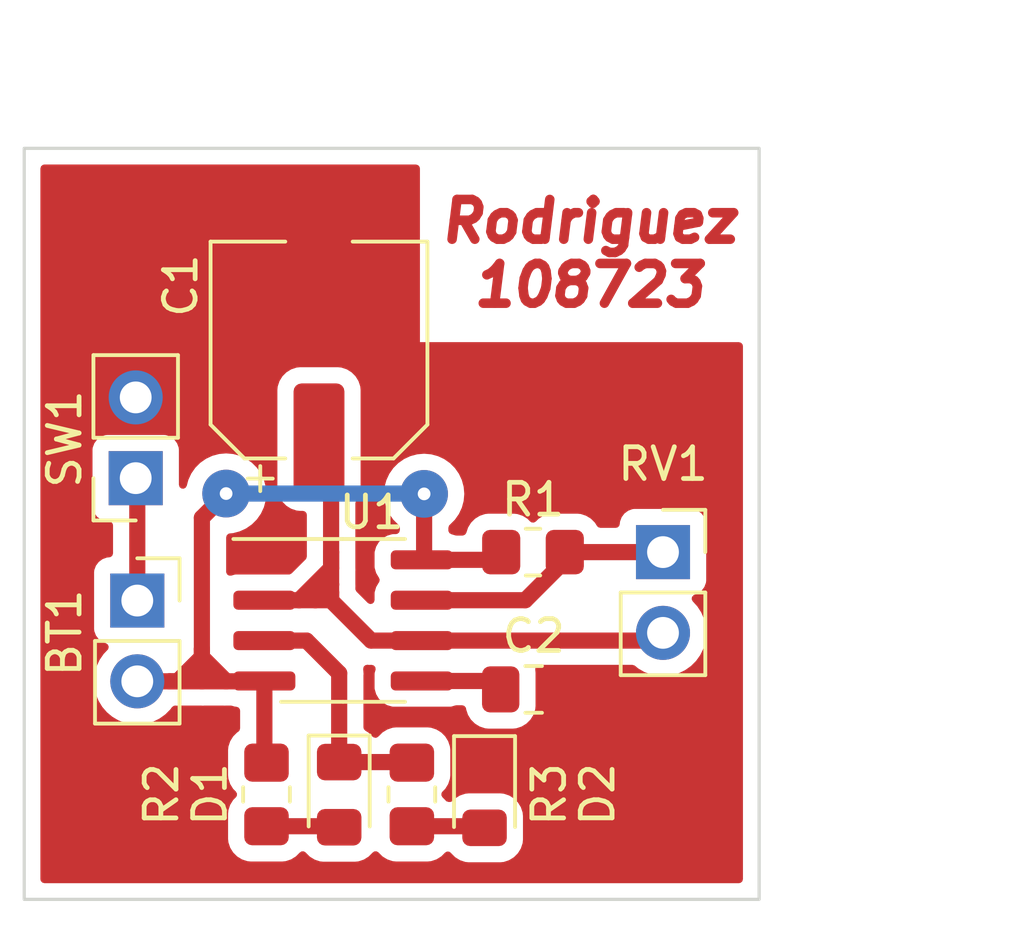
<source format=kicad_pcb>
(kicad_pcb (version 20211014) (generator pcbnew)
  (layers (0 "F.Cu" signal) (31 "B.Cu" signal) (34 "B.Paste" user) (35 "F.Paste" user) (36 "B.SilkS" user "B.Silkscreen") (37 "F.SilkS" user "F.Silkscreen") (38 "B.Mask" user) (39 "F.Mask" user) (44 "Edge.Cuts" user))
  (net 0 "")
  (net 1 "Net-(BT1-Pad1)")
  (net 2 "GND")
  (net 3 "Net-(C1-Pad1)")
  (net 4 "Net-(C2-Pad1)")
  (net 5 "Net-(D1-Pad1)")
  (net 6 "Net-(D1-Pad2)")
  (net 7 "Net-(D2-Pad2)")
  (net 8 "VDD")
  (net 9 "Net-(R1-Pad2)")
  (footprint "Resistor_SMD:R_0805_2012Metric_Pad1.20x1.40mm_HandSolder" (layer "F.Cu") (at 141.224 85.852)
    (fp_text reference "R1" (at 0 -1.65) (layer "F.SilkS"))
    (fp_text value "1k")
    (fp_line (start -0.227064 0.735) (end 0.227064 0.735) (layer "F.SilkS") (width 0.12))
    (fp_line (start -0.227064 -0.735) (end 0.227064 -0.735) (layer "F.SilkS") (width 0.12))
    (pad "1" smd roundrect (at -1 0) (size 1.2 1.4) (layers "F.Cu" "F.Paste" "F.Mask") (roundrect_rratio 0.208333) (net 8 "VDD"))
    (pad "2" smd roundrect (at 1 0) (size 1.2 1.4) (layers "F.Cu" "F.Paste" "F.Mask") (roundrect_rratio 0.208333) (net 9 "Net-(R1-Pad2)"))
  )
  (footprint "Connector_PinSocket_2.54mm:PinSocket_1x02_P2.54mm_Vertical" (layer "F.Cu") (at 128.728 83.526 180)
    (fp_text reference "BT1" (at 2.236 -4.866 270) (layer "F.SilkS"))
    (fp_text value "Battery")
    (fp_line (start 0 -1.33) (end 1.33 -1.33) (layer "F.SilkS") (width 0.12))
    (fp_line (start 1.33 1.27) (end 1.33 3.87) (layer "F.SilkS") (width 0.12))
    (fp_line (start -1.33 1.27) (end 1.33 1.27) (layer "F.SilkS") (width 0.12))
    (fp_line (start -1.33 3.87) (end 1.33 3.87) (layer "F.SilkS") (width 0.12))
    (fp_line (start 1.33 -1.33) (end 1.33 0) (layer "F.SilkS") (width 0.12))
    (fp_line (start -1.33 1.27) (end -1.33 3.87) (layer "F.SilkS") (width 0.12))
    (pad "1" thru_hole rect (at 0 0 180) (size 1.7 1.7) (drill 1) (layers *.Cu *.Mask) (net 1 "Net-(BT1-Pad1)"))
    (pad "2" thru_hole oval (at 0 2.54 180) (size 1.7 1.7) (drill 1) (layers *.Cu *.Mask) (net 2 "GND"))
  )
  (footprint "Capacitor_SMD:C_0805_2012Metric_Pad1.18x1.45mm_HandSolder" (layer "F.Cu") (at 141.2455 90.17)
    (fp_text reference "C2" (at 0 -1.68) (layer "F.SilkS"))
    (fp_text value "100n")
    (fp_line (start -0.261252 0.735) (end 0.261252 0.735) (layer "F.SilkS") (width 0.12))
    (fp_line (start -0.261252 -0.735) (end 0.261252 -0.735) (layer "F.SilkS") (width 0.12))
    (pad "1" smd roundrect (at -1.0375 0) (size 1.175 1.45) (layers "F.Cu" "F.Paste" "F.Mask") (roundrect_rratio 0.212766) (net 4 "Net-(C2-Pad1)"))
    (pad "2" smd roundrect (at 1.0375 0) (size 1.175 1.45) (layers "F.Cu" "F.Paste" "F.Mask") (roundrect_rratio 0.212766) (net 2 "GND"))
  )
  (footprint "Resistor_SMD:R_0805_2012Metric_Pad1.20x1.40mm_HandSolder" (layer "F.Cu") (at 132.842 93.473999 -90)
    (fp_text reference "R2" (at 0 3.302 90) (layer "F.SilkS"))
    (fp_text value "1k")
    (fp_line (start -0.227064 -0.735) (end 0.227064 -0.735) (layer "F.SilkS") (width 0.12))
    (fp_line (start -0.227064 0.735) (end 0.227064 0.735) (layer "F.SilkS") (width 0.12))
    (pad "1" smd roundrect (at -1 0 270) (size 1.2 1.4) (layers "F.Cu" "F.Paste" "F.Mask") (roundrect_rratio 0.208333) (net 8 "VDD"))
    (pad "2" smd roundrect (at 1 0 270) (size 1.2 1.4) (layers "F.Cu" "F.Paste" "F.Mask") (roundrect_rratio 0.208333) (net 6 "Net-(D1-Pad2)"))
  )
  (footprint "Connector_PinSocket_2.54mm:PinSocket_1x02_P2.54mm_Vertical" (layer "F.Cu") (at 128.778 87.376)
    (fp_text reference "SW1" (at -2.286 -5.08 90) (layer "F.SilkS"))
    (fp_text value "SW_SPST")
    (fp_line (start 0 -1.33) (end 1.33 -1.33) (layer "F.SilkS") (width 0.12))
    (fp_line (start 1.33 -1.33) (end 1.33 0) (layer "F.SilkS") (width 0.12))
    (fp_line (start -1.33 3.87) (end 1.33 3.87) (layer "F.SilkS") (width 0.12))
    (fp_line (start -1.33 1.27) (end 1.33 1.27) (layer "F.SilkS") (width 0.12))
    (fp_line (start 1.33 1.27) (end 1.33 3.87) (layer "F.SilkS") (width 0.12))
    (fp_line (start -1.33 1.27) (end -1.33 3.87) (layer "F.SilkS") (width 0.12))
    (pad "1" thru_hole rect (at 0 0) (size 1.7 1.7) (drill 1) (layers *.Cu *.Mask) (net 1 "Net-(BT1-Pad1)"))
    (pad "2" thru_hole oval (at 0 2.54) (size 1.7 1.7) (drill 1) (layers *.Cu *.Mask) (net 8 "VDD"))
  )
  (footprint "Connector_PinSocket_2.54mm:PinSocket_1x02_P2.54mm_Vertical" (layer "F.Cu") (at 145.313 85.852)
    (fp_text reference "RV1" (at 0 -2.77) (layer "F.SilkS"))
    (fp_text value "20k")
    (fp_line (start 1.33 1.27) (end 1.33 3.87) (layer "F.SilkS") (width 0.12))
    (fp_line (start -1.33 1.27) (end 1.33 1.27) (layer "F.SilkS") (width 0.12))
    (fp_line (start 0 -1.33) (end 1.33 -1.33) (layer "F.SilkS") (width 0.12))
    (fp_line (start -1.33 1.27) (end -1.33 3.87) (layer "F.SilkS") (width 0.12))
    (fp_line (start 1.33 -1.33) (end 1.33 0) (layer "F.SilkS") (width 0.12))
    (fp_line (start -1.33 3.87) (end 1.33 3.87) (layer "F.SilkS") (width 0.12))
    (pad "1" thru_hole rect (at 0 0) (size 1.7 1.7) (drill 1) (layers *.Cu *.Mask) (net 9 "Net-(R1-Pad2)"))
    (pad "2" thru_hole oval (at 0 2.54) (size 1.7 1.7) (drill 1) (layers *.Cu *.Mask) (net 3 "Net-(C1-Pad1)"))
  )
  (footprint "Capacitor_SMD:CP_Elec_6.3x5.4" (layer "F.Cu") (at 134.493 79.496 90)
    (fp_text reference "C1" (at 2.026 -4.35 90) (layer "F.SilkS"))
    (fp_text value "100u")
    (fp_line (start -2.345563 3.41) (end 3.41 3.41) (layer "F.SilkS") (width 0.12))
    (fp_line (start -4.4375 -1.8475) (end -3.65 -1.8475) (layer "F.SilkS") (width 0.12))
    (fp_line (start 3.41 -3.41) (end 3.41 -1.06) (layer "F.SilkS") (width 0.12))
    (fp_line (start -2.345563 -3.41) (end 3.41 -3.41) (layer "F.SilkS") (width 0.12))
    (fp_line (start -3.41 2.345563) (end -2.345563 3.41) (layer "F.SilkS") (width 0.12))
    (fp_line (start -3.41 -2.345563) (end -2.345563 -3.41) (layer "F.SilkS") (width 0.12))
    (fp_line (start 3.41 3.41) (end 3.41 1.06) (layer "F.SilkS") (width 0.12))
    (fp_line (start -3.41 2.345563) (end -3.41 1.06) (layer "F.SilkS") (width 0.12))
    (fp_line (start -3.41 -2.345563) (end -3.41 -1.06) (layer "F.SilkS") (width 0.12))
    (fp_line (start -4.04375 -2.24125) (end -4.04375 -1.45375) (layer "F.SilkS") (width 0.12))
    (pad "1" smd roundrect (at -2.8 0 90) (size 3.5 1.6) (layers "F.Cu" "F.Paste" "F.Mask") (roundrect_rratio 0.15625) (net 3 "Net-(C1-Pad1)"))
    (pad "2" smd roundrect (at 2.8 0 90) (size 3.5 1.6) (layers "F.Cu" "F.Paste" "F.Mask") (roundrect_rratio 0.15625) (net 2 "GND"))
  )
  (footprint "LED_SMD:LED_0805_2012Metric_Pad1.15x1.40mm_HandSolder" (layer "F.Cu") (at 135.128 93.481 -90)
    (fp_text reference "D1" (at -0.009 4.064 90) (layer "F.SilkS"))
    (fp_text value "RED")
    (fp_line (start -1.86 -0.96) (end -1.86 0.96) (layer "F.SilkS") (width 0.12))
    (fp_line (start 1 -0.96) (end -1.86 -0.96) (layer "F.SilkS") (width 0.12))
    (fp_line (start -1.86 0.96) (end 1 0.96) (layer "F.SilkS") (width 0.12))
    (pad "1" smd roundrect (at -1.025 0 270) (size 1.15 1.4) (layers "F.Cu" "F.Paste" "F.Mask") (roundrect_rratio 0.217391) (net 5 "Net-(D1-Pad1)"))
    (pad "2" smd roundrect (at 1.025 0 270) (size 1.15 1.4) (layers "F.Cu" "F.Paste" "F.Mask") (roundrect_rratio 0.217391) (net 6 "Net-(D1-Pad2)"))
  )
  (footprint "Resistor_SMD:R_0805_2012Metric_Pad1.20x1.40mm_HandSolder" (layer "F.Cu") (at 137.414 93.473999 -90)
    (fp_text reference "R3" (at 0 -4.318 90) (layer "F.SilkS"))
    (fp_text value "1k")
    (fp_line (start -0.227064 -0.735) (end 0.227064 -0.735) (layer "F.SilkS") (width 0.12))
    (fp_line (start -0.227064 0.735) (end 0.227064 0.735) (layer "F.SilkS") (width 0.12))
    (pad "1" smd roundrect (at -1 0 270) (size 1.2 1.4) (layers "F.Cu" "F.Paste" "F.Mask") (roundrect_rratio 0.208333) (net 5 "Net-(D1-Pad1)"))
    (pad "2" smd roundrect (at 1 0 270) (size 1.2 1.4) (layers "F.Cu" "F.Paste" "F.Mask") (roundrect_rratio 0.208333) (net 7 "Net-(D2-Pad2)"))
  )
  (footprint "Package_SO:SOIC-8_3.9x4.9mm_P1.27mm" (layer "F.Cu") (at 135.25 88)
    (fp_text reference "U1" (at 0.894 -3.4) (layer "F.SilkS"))
    (fp_text value "LM555xM")
    (fp_line (start 0 2.56) (end -1.95 2.56) (layer "F.SilkS") (width 0.12))
    (fp_line (start 0 2.56) (end 1.95 2.56) (layer "F.SilkS") (width 0.12))
    (fp_line (start 0 -2.56) (end -3.45 -2.56) (layer "F.SilkS") (width 0.12))
    (fp_line (start 0 -2.56) (end 1.95 -2.56) (layer "F.SilkS") (width 0.12))
    (pad "1" smd roundrect (at -2.475 -1.905) (size 1.95 0.6) (layers "F.Cu" "F.Paste" "F.Mask") (net 2 "GND"))
    (pad "2" smd roundrect (at -2.475 -0.635) (size 1.95 0.6) (layers "F.Cu" "F.Paste" "F.Mask") (net 3 "Net-(C1-Pad1)"))
    (pad "3" smd roundrect (at -2.475 0.635) (size 1.95 0.6) (layers "F.Cu" "F.Paste" "F.Mask") (net 5 "Net-(D1-Pad1)"))
    (pad "4" smd roundrect (at -2.475 1.905) (size 1.95 0.6) (layers "F.Cu" "F.Paste" "F.Mask") (net 8 "VDD"))
    (pad "5" smd roundrect (at 2.475 1.905) (size 1.95 0.6) (layers "F.Cu" "F.Paste" "F.Mask") (net 4 "Net-(C2-Pad1)"))
    (pad "6" smd roundrect (at 2.475 0.635) (size 1.95 0.6) (layers "F.Cu" "F.Paste" "F.Mask") (net 3 "Net-(C1-Pad1)"))
    (pad "7" smd roundrect (at 2.475 -0.635) (size 1.95 0.6) (layers "F.Cu" "F.Paste" "F.Mask") (net 9 "Net-(R1-Pad2)"))
    (pad "8" smd roundrect (at 2.475 -1.905) (size 1.95 0.6) (layers "F.Cu" "F.Paste" "F.Mask") (net 8 "VDD"))
  )
  (footprint "LED_SMD:LED_0805_2012Metric_Pad1.15x1.40mm_HandSolder" (layer "F.Cu") (at 139.7 93.498999 -90)
    (fp_text reference "D2" (at -0.026999 -3.556 90) (layer "F.SilkS"))
    (fp_text value "GREEN")
    (fp_line (start 1 -0.96) (end -1.86 -0.96) (layer "F.SilkS") (width 0.12))
    (fp_line (start -1.86 0.96) (end 1 0.96) (layer "F.SilkS") (width 0.12))
    (fp_line (start -1.86 -0.96) (end -1.86 0.96) (layer "F.SilkS") (width 0.12))
    (pad "1" smd roundrect (at -1.025 0 270) (size 1.15 1.4) (layers "F.Cu" "F.Paste" "F.Mask") (roundrect_rratio 0.217391) (net 2 "GND"))
    (pad "2" smd roundrect (at 1.025 0 270) (size 1.15 1.4) (layers "F.Cu" "F.Paste" "F.Mask") (roundrect_rratio 0.217391) (net 7 "Net-(D2-Pad2)"))
  )
  (gr_rect (start 125.222 73.152) (end 148.336 96.774) (layer "Edge.Cuts") (width 0.1) (fill none))
  (gr_text "Rodriguez\n108723" (at 143.002 76.454) (layer "F.Cu") (effects (font (size 1.25 1.25) (thickness 0.3) italic)))
  (segment (start 128.778 83.576) (end 128.728 83.526) (width 0.508) (layer "F.Cu") (net 1))
  (segment (start 128.778 87.376) (end 128.778 83.576) (width 0.508) (layer "F.Cu") (net 1))
  (segment (start 134.874 86.36) (end 134.874 85.852) (width 0.508) (layer "F.Cu") (net 3))
  (segment (start 136.133 88.635) (end 134.874 87.376) (width 0.508) (layer "F.Cu") (net 3))
  (segment (start 134.874 87.376) (end 134.874 87.122) (width 0.508) (layer "F.Cu") (net 3))
  (segment (start 134.377 87.365) (end 134.874 86.868) (width 0.508) (layer "F.Cu") (net 3))
  (segment (start 134.874 87.354) (end 134.874 87.122) (width 0.508) (layer "F.Cu") (net 3))
  (segment (start 137.725 88.635) (end 136.133 88.635) (width 0.508) (layer "F.Cu") (net 3))
  (segment (start 132.775 87.365) (end 133.869 87.365) (width 0.508) (layer "F.Cu") (net 3))
  (segment (start 134.377 87.365) (end 134.863 87.365) (width 0.508) (layer "F.Cu") (net 3))
  (segment (start 133.869 87.365) (end 134.874 86.36) (width 0.508) (layer "F.Cu") (net 3))
  (segment (start 134.874 87.122) (end 134.874 86.868) (width 0.508) (layer "F.Cu") (net 3))
  (segment (start 145.07 88.635) (end 145.313 88.392) (width 0.508) (layer "F.Cu") (net 3))
  (segment (start 134.874 85.852) (end 134.874 82.677) (width 0.508) (layer "F.Cu") (net 3))
  (segment (start 134.863 87.365) (end 134.874 87.354) (width 0.508) (layer "F.Cu") (net 3))
  (segment (start 137.725 88.635) (end 145.07 88.635) (width 0.508) (layer "F.Cu") (net 3))
  (segment (start 133.869 87.365) (end 134.377 87.365) (width 0.508) (layer "F.Cu") (net 3))
  (segment (start 134.874 86.868) (end 134.874 85.852) (width 0.508) (layer "F.Cu") (net 3))
  (segment (start 134.874 82.677) (end 134.493 82.296) (width 0.508) (layer "F.Cu") (net 3))
  (segment (start 139.943 89.905) (end 140.208 90.17) (width 0.508) (layer "F.Cu") (net 4))
  (segment (start 137.725 89.905) (end 139.943 89.905) (width 0.508) (layer "F.Cu") (net 4))
  (segment (start 135.128 92.456) (end 137.396001 92.456) (width 0.508) (layer "F.Cu") (net 5))
  (segment (start 137.396001 92.456) (end 137.414 92.473999) (width 0.508) (layer "F.Cu") (net 5))
  (segment (start 134.101 88.635) (end 135.128 89.662) (width 0.508) (layer "F.Cu") (net 5))
  (segment (start 132.775 88.635) (end 134.101 88.635) (width 0.508) (layer "F.Cu") (net 5))
  (segment (start 135.128 89.662) (end 135.128 92.456) (width 0.508) (layer "F.Cu") (net 5))
  (segment (start 132.842 94.473999) (end 135.095999 94.473999) (width 0.508) (layer "F.Cu") (net 6))
  (segment (start 135.095999 94.473999) (end 135.128 94.506) (width 0.508) (layer "F.Cu") (net 6))
  (segment (start 139.65 94.473999) (end 139.7 94.523999) (width 0.508) (layer "F.Cu") (net 7))
  (segment (start 137.414 94.473999) (end 139.65 94.473999) (width 0.508) (layer "F.Cu") (net 7))
  (segment (start 128.778 89.916) (end 129.794 89.916) (width 0.508) (layer "F.Cu") (net 8))
  (segment (start 132.775 89.905) (end 132.775 92.406999) (width 0.508) (layer "F.Cu") (net 8))
  (segment (start 130.81 89.916) (end 131.572 89.916) (width 0.508) (layer "F.Cu") (net 8))
  (segment (start 131.572 89.916) (end 132.764 89.916) (width 0.508) (layer "F.Cu") (net 8))
  (segment (start 132.764 89.916) (end 132.775 89.905) (width 0.508) (layer "F.Cu") (net 8))
  (segment (start 130.81 88.9) (end 130.81 89.154) (width 0.508) (layer "F.Cu") (net 8))
  (segment (start 129.794 89.916) (end 130.81 89.916) (width 0.508) (layer "F.Cu") (net 8))
  (segment (start 137.725 86.049) (end 137.725 86.095) (width 0.508) (layer "F.Cu") (net 8))
  (segment (start 130.81 89.154) (end 130.048 89.916) (width 0.508) (layer "F.Cu") (net 8))
  (segment (start 137.799352 84.020648) (end 137.799352 86.020648) (width 0.508) (layer "F.Cu") (net 8))
  (segment (start 130.81 84.7725) (end 130.81 88.9) (width 0.508) (layer "F.Cu") (net 8))
  (segment (start 137.799352 86.020648) (end 137.725 86.095) (width 0.508) (layer "F.Cu") (net 8))
  (segment (start 132.775 92.406999) (end 132.842 92.473999) (width 0.508) (layer "F.Cu") (net 8))
  (segment (start 140.197 86.095) (end 140.208 86.106) (width 0.508) (layer "F.Cu") (net 8))
  (segment (start 137.725 86.095) (end 140.197 86.095) (width 0.508) (layer "F.Cu") (net 8))
  (segment (start 130.81 88.9) (end 130.81 89.916) (width 0.508) (layer "F.Cu") (net 8))
  (segment (start 131.572 84.0105) (end 130.81 84.7725) (width 0.508) (layer "F.Cu") (net 8))
  (segment (start 130.81 89.154) (end 131.572 89.916) (width 0.508) (layer "F.Cu") (net 8))
  (segment (start 130.048 89.916) (end 129.794 89.916) (width 0.508) (layer "F.Cu") (net 8))
  (via (at 131.572 84.0105) (size 1.5) (drill 0.4) (layers "F.Cu" "B.Cu") (net 8))
  (via (at 137.799352 84.020648) (size 1.5) (drill 0.4) (layers "F.Cu" "B.Cu") (net 8))
  (segment (start 137.789204 84.0105) (end 137.799352 84.020648) (width 0.508) (layer "B.Cu") (net 8))
  (segment (start 131.572 84.0105) (end 137.789204 84.0105) (width 0.508) (layer "B.Cu") (net 8))
  (segment (start 132.1435 84.0105) (end 131.572 84.0105) (width 0.508) (layer "B.Cu") (net 8))
  (segment (start 142.208 86.138) (end 142.208 86.106) (width 0.508) (layer "F.Cu") (net 9))
  (segment (start 140.981 87.365) (end 142.208 86.138) (width 0.508) (layer "F.Cu") (net 9))
  (segment (start 142.224 85.852) (end 145.313 85.852) (width 0.508) (layer "F.Cu") (net 9))
  (segment (start 137.725 87.365) (end 140.981 87.365) (width 0.508) (layer "F.Cu") (net 9))
  (zone (net 2) (net_name "GND") (layer "F.Cu") (connect_pads yes (clearance 0.508)) (min_thickness 0.254) (fill yes (thermal_gap 0.508) (thermal_bridge_width 0.508))
    (polygon (pts (xy 149.098 98.044) (xy 124.46 98.044) (xy 124.46 72.39) (xy 149.098 72.39)))
  )
)
</source>
